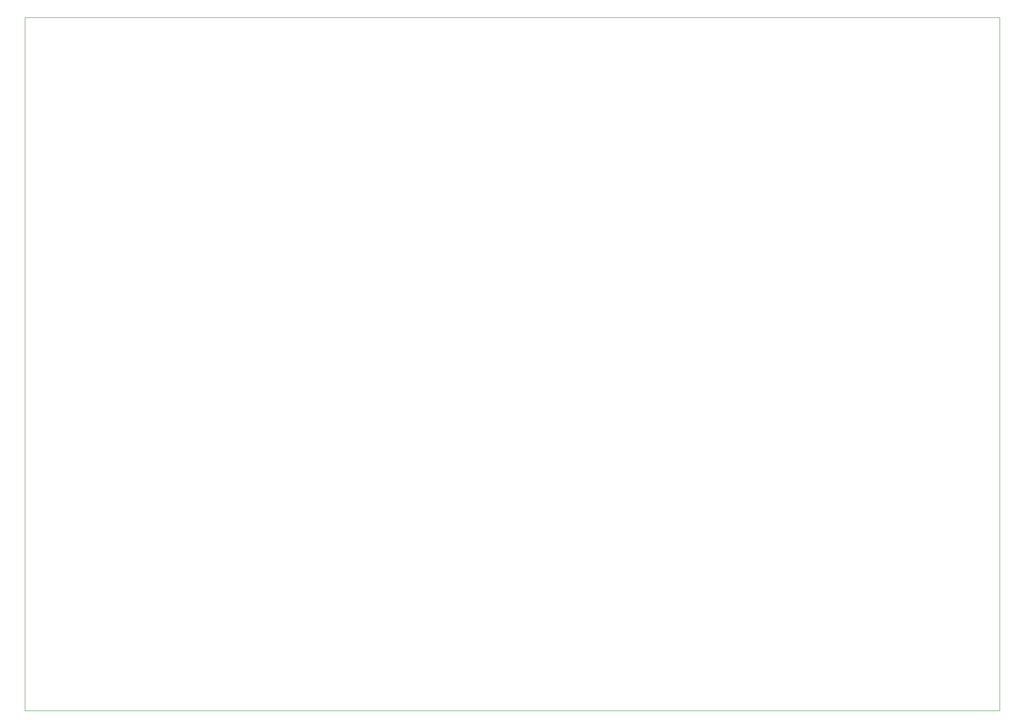
<source format=gbr>
%TF.GenerationSoftware,KiCad,Pcbnew,7.0.8*%
%TF.CreationDate,2024-03-08T11:10:07-05:00*%
%TF.ProjectId,Quad Joystick Mixer,51756164-204a-46f7-9973-7469636b204d,rev?*%
%TF.SameCoordinates,Original*%
%TF.FileFunction,Profile,NP*%
%FSLAX46Y46*%
G04 Gerber Fmt 4.6, Leading zero omitted, Abs format (unit mm)*
G04 Created by KiCad (PCBNEW 7.0.8) date 2024-03-08 11:10:07*
%MOMM*%
%LPD*%
G01*
G04 APERTURE LIST*
%TA.AperFunction,Profile*%
%ADD10C,0.100000*%
%TD*%
G04 APERTURE END LIST*
D10*
X57176167Y-29511250D02*
X246488750Y-29511250D01*
X246488750Y-164261250D01*
X57176167Y-164261250D01*
X57176167Y-29511250D01*
M02*

</source>
